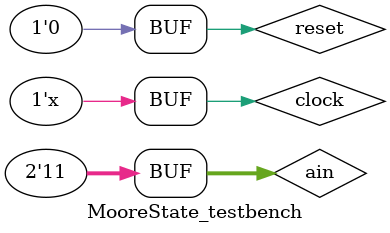
<source format=v>
`timescale 1ns / 1ps


module MooreState_testbench();
    wire aout;
    //wire state;
    
    reg clock;
    reg reset;
    reg [1:0] ain;
    wire [1:0] state;
    
    //MooreState MoS(clock, reset, ain, aout, state);
    MooreState Mos(clock, reset, ain, aout, state);
    
    initial 
    begin
        reset = 1'b0;
        clock = 1'b0;
        ain = 2'b00;
        
        #4 reset = 1'b1;
        #2 reset = 1'b0;
        #10 ain = 2'b00;
        #10 ain = 2'b01;
        #10 ain = 2'b10;
        #10 ain = 2'b11;
        #10 ain = 2'b01;
        #10 ain = 2'b00;
        #10 ain = 2'b10;
        #10 ain = 2'b00;
        #10 ain = 2'b01;
        #10 ain = 2'b11;
        #10 ain = 2'b00;
        #10 ain = 2'b01;
        #10 ain = 2'b00;
        #10 ain = 2'b10;
        #10 ain = 2'b00;
        #10 ain = 2'b11;
        #10 ain = 2'b00;
        #10 ain = 2'b01;
        #10 ain = 2'b10;
        #10 ain = 2'b11;
        #10 ain = 2'b00;
        #10 ain = 2'b01;
        #10 ain = 2'b10;
        #10 ain = 2'b11;
        #10 ain = 2'b00;
        #10 ain = 2'b01;
        #10 ain = 2'b10;
        #10 ain = 2'b11;
        
        
               
    end
    
    always
    begin
        #3 clock = ~clock;
    end


endmodule
</source>
